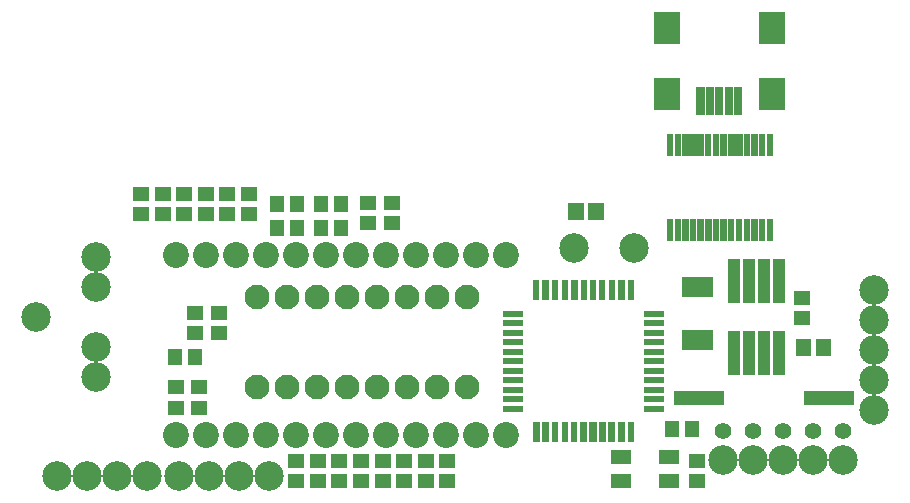
<source format=gbr>
%FSLAX34Y34*%
%MOMM*%
%LNSOLDERMASK_TOP*%
G71*
G01*
%ADD10R, 0.60X1.70*%
%ADD11R, 1.70X0.60*%
%ADD12R, 4.20X1.20*%
%ADD13R, 1.00X2.60*%
%ADD14R, 0.65X1.70*%
%ADD15C, 2.10*%
%ADD16R, 1.30X1.40*%
%ADD17R, 1.40X1.30*%
%ADD18C, 1.40*%
%ADD19R, 1.70X1.20*%
%ADD20C, 2.20*%
%ADD21C, 2.50*%
%ADD22C, 2.50*%
%ADD23R, 0.60X1.90*%
%ADD24R, 2.20X2.70*%
%ADD25R, 0.80X2.40*%
%ADD26R, 1.00X3.70*%
%ADD27C, 2.50*%
%LPD*%
G36*
X469062Y633612D02*
X475062Y633613D01*
X475062Y616613D01*
X469062Y616612D01*
X469062Y633612D01*
G37*
X472062Y745113D02*
G54D10*
D03*
G36*
X477062Y633612D02*
X483062Y633613D01*
X483062Y616613D01*
X477062Y616612D01*
X477062Y633612D01*
G37*
G36*
X477062Y753612D02*
X483062Y753613D01*
X483062Y736613D01*
X477062Y736612D01*
X477062Y753612D01*
G37*
X488062Y625113D02*
G54D10*
D03*
X488062Y745113D02*
G54D10*
D03*
X496062Y625113D02*
G54D10*
D03*
X496062Y745113D02*
G54D10*
D03*
X504062Y625113D02*
G54D10*
D03*
G36*
X501062Y753612D02*
X507062Y753613D01*
X507062Y736613D01*
X501062Y736612D01*
X501062Y753612D01*
G37*
G36*
X509062Y633612D02*
X515061Y633613D01*
X515062Y616613D01*
X509062Y616612D01*
X509062Y633612D01*
G37*
X512062Y745113D02*
G54D10*
D03*
G36*
X517062Y633612D02*
X523062Y633613D01*
X523062Y616613D01*
X517062Y616612D01*
X517062Y633612D01*
G37*
X520062Y745113D02*
G54D10*
D03*
G36*
X525062Y633612D02*
X531062Y633613D01*
X531062Y616613D01*
X525062Y616612D01*
X525062Y633612D01*
G37*
X528062Y745113D02*
G54D10*
D03*
G36*
X533061Y633612D02*
X539061Y633613D01*
X539063Y616613D01*
X533063Y616612D01*
X533061Y633612D01*
G37*
X536062Y745113D02*
G54D10*
D03*
G36*
X541061Y633612D02*
X547061Y633613D01*
X547062Y616613D01*
X541062Y616612D01*
X541061Y633612D01*
G37*
G36*
X541062Y753613D02*
X547062Y753613D01*
X547062Y736613D01*
X541062Y736613D01*
X541062Y753613D01*
G37*
X552062Y625113D02*
G54D10*
D03*
X552062Y745113D02*
G54D10*
D03*
X452062Y645113D02*
G54D11*
D03*
X572062Y645113D02*
G54D11*
D03*
X452062Y653113D02*
G54D11*
D03*
X572062Y653112D02*
G54D11*
D03*
X452062Y661113D02*
G54D11*
D03*
X572062Y661113D02*
G54D11*
D03*
X452062Y669112D02*
G54D11*
D03*
X572062Y669113D02*
G54D11*
D03*
X452062Y677113D02*
G54D11*
D03*
X572062Y677113D02*
G54D11*
D03*
X452062Y685113D02*
G54D11*
D03*
X572062Y685113D02*
G54D11*
D03*
X452062Y693112D02*
G54D11*
D03*
X572062Y693113D02*
G54D11*
D03*
X452062Y701113D02*
G54D11*
D03*
X572062Y701113D02*
G54D11*
D03*
X452062Y709113D02*
G54D11*
D03*
X572062Y709113D02*
G54D11*
D03*
X452062Y717112D02*
G54D11*
D03*
X572062Y717113D02*
G54D11*
D03*
X452062Y725113D02*
G54D11*
D03*
X572062Y725113D02*
G54D11*
D03*
X452066Y685115D02*
G54D11*
D03*
X572062Y693113D02*
G54D11*
D03*
X610225Y653785D02*
G54D12*
D03*
G36*
X698762Y659691D02*
X740762Y659692D01*
X740762Y647692D01*
X698762Y647691D01*
X698762Y659691D01*
G37*
X639705Y697754D02*
G54D13*
D03*
G36*
X647404Y710754D02*
X657404Y710754D01*
X657405Y684754D01*
X647405Y684754D01*
X647404Y710754D01*
G37*
G36*
X660104Y710754D02*
X670104Y710754D01*
X670105Y684754D01*
X660105Y684754D01*
X660104Y710754D01*
G37*
X677805Y697754D02*
G54D13*
D03*
G36*
X672805Y760754D02*
X682805Y760754D01*
X682805Y734754D01*
X672805Y734754D01*
X672805Y760754D01*
G37*
X665105Y747754D02*
G54D13*
D03*
X652405Y747754D02*
G54D13*
D03*
X639705Y747754D02*
G54D13*
D03*
X618233Y748029D02*
G54D14*
D03*
X611883Y748029D02*
G54D14*
D03*
X605533Y748029D02*
G54D14*
D03*
X599183Y748029D02*
G54D14*
D03*
X618233Y703182D02*
G54D14*
D03*
X611883Y703182D02*
G54D14*
D03*
X605533Y703182D02*
G54D14*
D03*
X599183Y703182D02*
G54D14*
D03*
X235197Y663507D02*
G54D15*
D03*
X260597Y663507D02*
G54D15*
D03*
X235197Y739707D02*
G54D15*
D03*
X285997Y663508D02*
G54D15*
D03*
X260597Y739707D02*
G54D15*
D03*
X285997Y739707D02*
G54D15*
D03*
X311397Y739707D02*
G54D15*
D03*
X311397Y663507D02*
G54D15*
D03*
X336797Y663507D02*
G54D15*
D03*
X336797Y739707D02*
G54D15*
D03*
X362197Y663507D02*
G54D15*
D03*
X362197Y739707D02*
G54D15*
D03*
X387597Y663507D02*
G54D15*
D03*
X387597Y739707D02*
G54D15*
D03*
X412997Y663507D02*
G54D15*
D03*
X412997Y739707D02*
G54D15*
D03*
X618234Y748025D02*
G54D14*
D03*
X677802Y697756D02*
G54D13*
D03*
X412995Y663504D02*
G54D15*
D03*
X698102Y696912D02*
G54D16*
D03*
G36*
X708602Y703912D02*
X721602Y703912D01*
X721602Y689912D01*
X708602Y689912D01*
X708602Y703912D01*
G37*
X586581Y627459D02*
G54D16*
D03*
X603581Y627459D02*
G54D16*
D03*
G36*
X691599Y703907D02*
X704599Y703908D01*
X704599Y689908D01*
X691599Y689907D01*
X691599Y703907D01*
G37*
X586584Y627455D02*
G54D16*
D03*
X696681Y738354D02*
G54D17*
D03*
X696681Y721354D02*
G54D17*
D03*
X696677Y738351D02*
G54D17*
D03*
X732056Y625741D02*
G54D18*
D03*
X706656Y625741D02*
G54D18*
D03*
X681256Y625741D02*
G54D18*
D03*
X655856Y625741D02*
G54D18*
D03*
X630456Y625741D02*
G54D18*
D03*
X584477Y603744D02*
G54D19*
D03*
X584474Y583502D02*
G54D19*
D03*
X543994Y603749D02*
G54D19*
D03*
X543993Y583502D02*
G54D19*
D03*
X446825Y622969D02*
G54D20*
D03*
X421425Y622969D02*
G54D20*
D03*
X396025Y622969D02*
G54D20*
D03*
X370625Y622969D02*
G54D20*
D03*
X446825Y775369D02*
G54D20*
D03*
X421425Y775369D02*
G54D20*
D03*
X396025Y775369D02*
G54D20*
D03*
X370625Y775369D02*
G54D20*
D03*
X345225Y622969D02*
G54D20*
D03*
X345225Y775369D02*
G54D20*
D03*
X319825Y622969D02*
G54D20*
D03*
X294425Y622969D02*
G54D20*
D03*
X319825Y775369D02*
G54D20*
D03*
X294425Y775369D02*
G54D20*
D03*
X269025Y622969D02*
G54D20*
D03*
X269025Y775369D02*
G54D20*
D03*
X243625Y622969D02*
G54D20*
D03*
X243625Y775369D02*
G54D20*
D03*
X218225Y622969D02*
G54D20*
D03*
X218225Y775369D02*
G54D20*
D03*
X192825Y775369D02*
G54D20*
D03*
X167425Y775369D02*
G54D20*
D03*
X192825Y622969D02*
G54D20*
D03*
X167425Y622969D02*
G54D20*
D03*
X446821Y622971D02*
G54D20*
D03*
X167420Y622968D02*
G54D20*
D03*
X319821Y775371D02*
G54D20*
D03*
X166853Y662946D02*
G54D17*
D03*
X166853Y645946D02*
G54D17*
D03*
X186696Y662946D02*
G54D17*
D03*
X186696Y645946D02*
G54D17*
D03*
X166851Y645951D02*
G54D17*
D03*
X186696Y645946D02*
G54D17*
D03*
X183291Y688974D02*
G54D16*
D03*
X166291Y688975D02*
G54D16*
D03*
X203762Y708653D02*
G54D17*
D03*
X203763Y725653D02*
G54D17*
D03*
X183125Y708653D02*
G54D17*
D03*
X183125Y725653D02*
G54D17*
D03*
G36*
X499118Y819007D02*
X512118Y819007D01*
X512119Y805007D01*
X499119Y805007D01*
X499118Y819007D01*
G37*
G36*
X516118Y819007D02*
X529118Y819007D01*
X529119Y805007D01*
X516119Y805007D01*
X516118Y819007D01*
G37*
X505621Y812002D02*
G54D16*
D03*
X99682Y671508D02*
G54D21*
D03*
X99693Y696913D02*
G54D21*
D03*
X99693Y747713D02*
G54D22*
D03*
X99688Y773111D02*
G54D21*
D03*
X99693Y747716D02*
G54D21*
D03*
X48883Y722321D02*
G54D21*
D03*
X350209Y818918D02*
G54D17*
D03*
X350209Y801918D02*
G54D17*
D03*
X329572Y818918D02*
G54D17*
D03*
X329572Y801918D02*
G54D17*
D03*
X329571Y818918D02*
G54D17*
D03*
X350209Y818918D02*
G54D17*
D03*
X306478Y818541D02*
G54D16*
D03*
X289478Y818541D02*
G54D16*
D03*
X306478Y798300D02*
G54D16*
D03*
X289478Y798300D02*
G54D16*
D03*
X269568Y818541D02*
G54D16*
D03*
X252568Y818541D02*
G54D16*
D03*
X269568Y798300D02*
G54D16*
D03*
X252568Y798300D02*
G54D16*
D03*
X630454Y601929D02*
G54D22*
D03*
X655856Y601928D02*
G54D22*
D03*
X681254Y601929D02*
G54D22*
D03*
X706656Y601928D02*
G54D22*
D03*
X732056Y601928D02*
G54D22*
D03*
X396644Y600638D02*
G54D17*
D03*
X396644Y583638D02*
G54D17*
D03*
X378387Y600638D02*
G54D17*
D03*
X378387Y583638D02*
G54D17*
D03*
X360131Y600638D02*
G54D17*
D03*
X360131Y583638D02*
G54D17*
D03*
X341875Y600638D02*
G54D17*
D03*
X341875Y583638D02*
G54D17*
D03*
X323619Y600638D02*
G54D17*
D03*
X323619Y583638D02*
G54D17*
D03*
X305362Y600638D02*
G54D17*
D03*
X305362Y583638D02*
G54D17*
D03*
X287106Y600638D02*
G54D17*
D03*
X287106Y583638D02*
G54D17*
D03*
X268850Y600638D02*
G54D17*
D03*
X268850Y583638D02*
G54D17*
D03*
X607781Y601034D02*
G54D17*
D03*
X607781Y584034D02*
G54D17*
D03*
X228766Y826460D02*
G54D17*
D03*
X228766Y809460D02*
G54D17*
D03*
X210509Y826460D02*
G54D17*
D03*
X210509Y809460D02*
G54D17*
D03*
X192253Y826460D02*
G54D17*
D03*
X192253Y809460D02*
G54D17*
D03*
X173997Y826460D02*
G54D17*
D03*
X173997Y809460D02*
G54D17*
D03*
X155741Y826460D02*
G54D17*
D03*
X155741Y809460D02*
G54D17*
D03*
X137484Y826460D02*
G54D17*
D03*
X137484Y809460D02*
G54D17*
D03*
X142874Y587769D02*
G54D22*
D03*
X66675Y587772D02*
G54D22*
D03*
X92075Y587772D02*
G54D22*
D03*
X117474Y587769D02*
G54D22*
D03*
X245662Y587769D02*
G54D22*
D03*
X169466Y587772D02*
G54D22*
D03*
X194866Y587772D02*
G54D22*
D03*
X220262Y587769D02*
G54D22*
D03*
X758100Y643725D02*
G54D22*
D03*
X758107Y669130D02*
G54D22*
D03*
X758107Y694530D02*
G54D22*
D03*
X758107Y719930D02*
G54D22*
D03*
X758103Y745329D02*
G54D22*
D03*
X758107Y719930D02*
G54D22*
D03*
X669732Y796085D02*
G54D23*
D03*
X663232Y796085D02*
G54D23*
D03*
G36*
X653731Y805585D02*
X659731Y805585D01*
X659732Y786585D01*
X653732Y786585D01*
X653731Y805585D01*
G37*
X650232Y796086D02*
G54D23*
D03*
X643732Y796085D02*
G54D23*
D03*
X637232Y796085D02*
G54D23*
D03*
G36*
X627731Y805585D02*
X633731Y805585D01*
X633732Y786585D01*
X627732Y786585D01*
X627731Y805585D01*
G37*
X624232Y796085D02*
G54D23*
D03*
G36*
X614731Y805585D02*
X620731Y805586D01*
X620732Y786586D01*
X614732Y786585D01*
X614731Y805585D01*
G37*
G36*
X608231Y805585D02*
X614231Y805585D01*
X614232Y786585D01*
X608232Y786585D01*
X608231Y805585D01*
G37*
X604732Y796085D02*
G54D23*
D03*
G36*
X595231Y805585D02*
X601231Y805586D01*
X601232Y786586D01*
X595232Y786585D01*
X595231Y805585D01*
G37*
X591732Y796085D02*
G54D23*
D03*
X585232Y796085D02*
G54D23*
D03*
X669732Y868085D02*
G54D23*
D03*
X663232Y868086D02*
G54D23*
D03*
G36*
X653731Y877585D02*
X659731Y877585D01*
X659732Y858585D01*
X653732Y858585D01*
X653731Y877585D01*
G37*
X650232Y868085D02*
G54D23*
D03*
G36*
X640731Y877585D02*
X646731Y877585D01*
X646732Y858585D01*
X640732Y858585D01*
X640731Y877585D01*
G37*
G36*
X634231Y877585D02*
X640231Y877585D01*
X640232Y858585D01*
X634232Y858585D01*
X634231Y877585D01*
G37*
G36*
X627731Y877585D02*
X633731Y877585D01*
X633732Y858585D01*
X627732Y858585D01*
X627731Y877585D01*
G37*
X624232Y868085D02*
G54D23*
D03*
X617732Y868085D02*
G54D23*
D03*
G36*
X608231Y877585D02*
X614231Y877585D01*
X614232Y858585D01*
X608232Y858585D01*
X608231Y877585D01*
G37*
G36*
X601731Y877585D02*
X607731Y877585D01*
X607732Y858585D01*
X601732Y858585D01*
X601731Y877585D01*
G37*
G36*
X595231Y877585D02*
X601231Y877586D01*
X601232Y858586D01*
X595232Y858585D01*
X595231Y877585D01*
G37*
X591732Y868085D02*
G54D23*
D03*
X585232Y868085D02*
G54D23*
D03*
X604731Y796088D02*
G54D23*
D03*
X630732Y868085D02*
G54D23*
D03*
X624237Y796077D02*
G54D23*
D03*
X671402Y967251D02*
G54D24*
D03*
X671402Y911688D02*
G54D24*
D03*
X582502Y911688D02*
G54D24*
D03*
X582502Y967251D02*
G54D24*
D03*
X642971Y905670D02*
G54D25*
D03*
X634971Y905670D02*
G54D25*
D03*
X626971Y905670D02*
G54D25*
D03*
X618971Y905670D02*
G54D25*
D03*
X610971Y905670D02*
G54D25*
D03*
G36*
X606971Y917670D02*
X614971Y917670D01*
X614971Y893670D01*
X606971Y893670D01*
X606971Y917670D01*
G37*
X650232Y796086D02*
G54D23*
D03*
X137486Y809457D02*
G54D17*
D03*
X155740Y809460D02*
G54D17*
D03*
X173997Y809460D02*
G54D17*
D03*
X192253Y809460D02*
G54D17*
D03*
X210509Y809460D02*
G54D17*
D03*
X228766Y809460D02*
G54D17*
D03*
X639762Y692150D02*
G54D26*
D03*
X652462Y692150D02*
G54D26*
D03*
X665162Y692150D02*
G54D26*
D03*
X677862Y692547D02*
G54D26*
D03*
X639762Y753269D02*
G54D26*
D03*
X652462Y753269D02*
G54D26*
D03*
X665162Y753269D02*
G54D26*
D03*
X677862Y753269D02*
G54D26*
D03*
X554829Y781051D02*
G54D27*
D03*
X503832Y781050D02*
G54D27*
D03*
M02*

</source>
